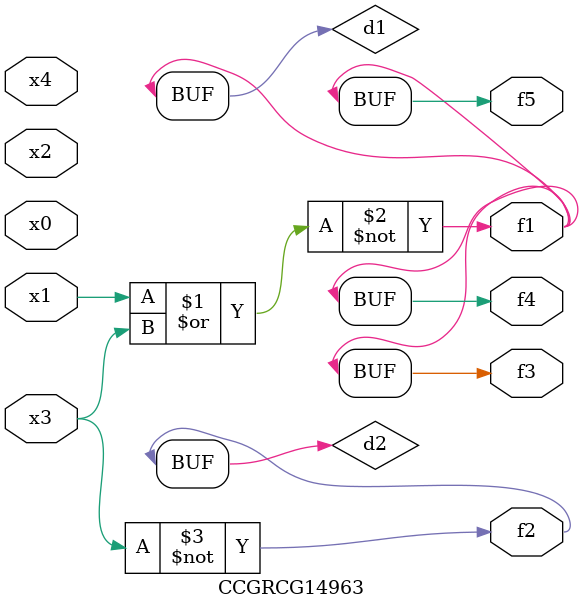
<source format=v>
module CCGRCG14963(
	input x0, x1, x2, x3, x4,
	output f1, f2, f3, f4, f5
);

	wire d1, d2;

	nor (d1, x1, x3);
	not (d2, x3);
	assign f1 = d1;
	assign f2 = d2;
	assign f3 = d1;
	assign f4 = d1;
	assign f5 = d1;
endmodule

</source>
